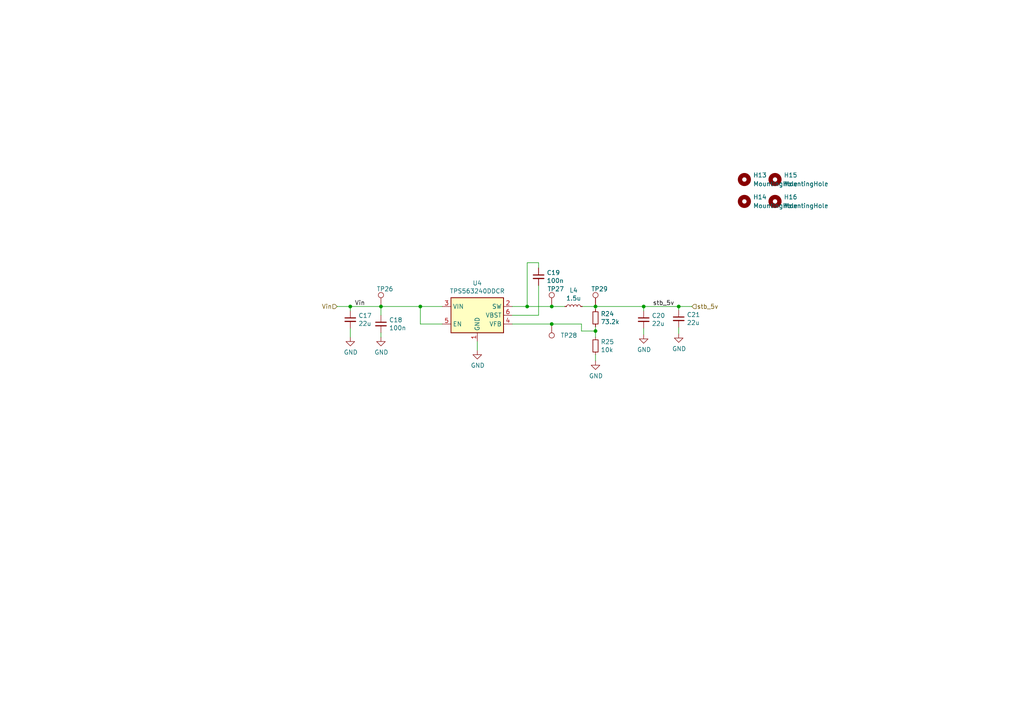
<source format=kicad_sch>
(kicad_sch (version 20211123) (generator eeschema)
  (paper "A4")
  (lib_symbols
    (symbol "Device:C_Small" (pin_numbers hide) (pin_names (offset 0.254) hide)
      (property "Reference" "C" (at 0.254 1.778 0))
      (property "Value" "C_Small" (at 0.254 -2.032 0))
      (symbol "C_Small_0_1"
        (polyline (pts (xy -1.524 -0.508) (xy 1.524 -0.508)) (stroke (width 0.3302)))
        (polyline (pts (xy -1.524 0.508) (xy 1.524 0.508)) (stroke (width 0.3048)))
      )
      (symbol "C_Small_1_1"
        (pin passive line (at 0 2.54 270) (length 2.032) (name "~") (number "1"))
        (pin passive line (at 0 -2.54 90) (length 2.032) (name "~") (number "2"))
      )
    )
    (symbol "Device:L_Small" (pin_numbers hide) (pin_names (offset 0.254) hide)
      (property "Reference" "L" (at 0.762 1.016 0))
      (property "Value" "L_Small" (at 0.762 -1.016 0))
      (symbol "L_Small_0_1"
        (arc (start 0 -2.032) (mid 0.508 -1.524) (end 0 -1.016))
        (arc (start 0 -1.016) (mid 0.508 -0.508) (end 0 0))
        (arc (start 0 0) (mid 0.508 0.508) (end 0 1.016))
        (arc (start 0 1.016) (mid 0.508 1.524) (end 0 2.032))
      )
      (symbol "L_Small_1_1"
        (pin passive line (at 0 2.54 270) (length 0.508) (name "~") (number "1"))
        (pin passive line (at 0 -2.54 90) (length 0.508) (name "~") (number "2"))
      )
    )
    (symbol "Device:R_Small" (pin_numbers hide) (pin_names (offset 0.254) hide)
      (property "Reference" "R" (at 0.762 0.508 0))
      (property "Value" "R_Small" (at 0.762 -1.016 0))
      (symbol "R_Small_0_1"
        (rectangle (start -0.762 1.778) (end 0.762 -1.778) (stroke (width 0.2032)))
      )
      (symbol "R_Small_1_1"
        (pin passive line (at 0 2.54 270) (length 0.762) (name "~") (number "1"))
        (pin passive line (at 0 -2.54 90) (length 0.762) (name "~") (number "2"))
      )
    )
    (symbol "Mechanical:MountingHole" (pin_names (offset 1.016))
      (property "Reference" "H" (at 0 5.08 0))
      (property "Value" "MountingHole" (at 0 3.175 0))
      (symbol "MountingHole_0_1"
        (circle (center 0 0) (radius 1.27) (stroke (width 1.27)))
      )
    )
    (symbol "My Library:TestPoint_Harwin" (pin_numbers hide) (pin_names (offset 0.762) hide)
      (property "Reference" "TP" (at 0 6.858 0))
      (symbol "TestPoint_Harwin_0_1"
        (circle (center 0 3.302) (radius 0.762))
      )
      (symbol "TestPoint_Harwin_1_1"
        (pin passive line (at 0 0 90) (length 2.54) (name "1") (number "1"))
      )
    )
    (symbol "TO3-Switching-Supply-rescue:TPS563200-Regulator_Switching"
      (property "Reference" "U" (at -7.62 6.35 0))
      (property "Value" "TPS563200-Regulator_Switching" (at -2.54 6.35 0))
      (symbol "TPS563200-Regulator_Switching_0_1"
        (rectangle (start -7.62 5.08) (end 7.62 -5.08) (stroke (width 0.254)) (fill (type background)))
      )
      (symbol "TPS563200-Regulator_Switching_1_1"
        (pin power_in line (at 0 -7.62 90) (length 2.54) (name "GND") (number "1"))
        (pin output line (at 10.16 2.54 180) (length 2.54) (name "SW") (number "2"))
        (pin power_in line (at -10.16 2.54 0) (length 2.54) (name "VIN") (number "3"))
        (pin input line (at 10.16 -2.54 180) (length 2.54) (name "VFB") (number "4"))
        (pin input line (at -10.16 -2.54 0) (length 2.54) (name "EN") (number "5"))
        (pin passive line (at 10.16 0 180) (length 2.54) (name "VBST") (number "6"))
      )
    )
    (symbol "power:GND" (power) (pin_names (offset 0))
      (property "Value" "GND" (at 0 -3.81 0))
      (symbol "GND_0_1"
        (polyline (pts (xy 0 0) (xy 0 -1.27) (xy 1.27 -1.27) (xy 0 -2.54) (xy -1.27 -1.27) (xy 0 -1.27)))
      )
      (symbol "GND_1_1"
        (pin power_in line (at 0 0 270) (length 0) hide (name "GND") (number "1"))
      )
    )
  )
  (junction (at 160.02 93.98))
  (junction (at 196.85 88.9))
  (junction (at 152.908 88.9))
  (junction (at 101.6 88.9))
  (junction (at 172.72 88.9))
  (junction (at 160.02 88.9))
  (junction (at 172.72 96.012))
  (junction (at 121.92 88.9))
  (junction (at 186.69 88.9))
  (junction (at 110.49 88.9))
  (wire (pts (xy 172.72 96.012) (xy 172.72 97.79)))
  (wire (pts (xy 172.72 94.742) (xy 172.72 96.012)))
  (wire (pts (xy 121.92 93.98) (xy 121.92 88.9)))
  (wire (pts (xy 186.69 97.028) (xy 186.69 95.25)))
  (wire (pts (xy 148.59 88.9) (xy 152.908 88.9)))
  (wire (pts (xy 148.59 93.98) (xy 160.02 93.98)))
  (wire (pts (xy 110.49 91.44) (xy 110.49 88.9)))
  (wire (pts (xy 152.908 88.9) (xy 160.02 88.9)))
  (wire (pts (xy 168.656 93.98) (xy 168.656 96.012)))
  (wire (pts (xy 110.49 97.79) (xy 110.49 96.52)))
  (wire (pts (xy 156.21 82.804) (xy 156.21 91.44)))
  (wire (pts (xy 138.43 101.6) (xy 138.43 99.06)))
  (wire (pts (xy 121.92 88.9) (xy 128.27 88.9)))
  (wire (pts (xy 172.72 88.9) (xy 172.72 89.662)))
  (wire (pts (xy 168.91 88.9) (xy 172.72 88.9)))
  (wire (pts (xy 160.02 93.98) (xy 168.656 93.98)))
  (wire (pts (xy 168.656 96.012) (xy 172.72 96.012)))
  (wire (pts (xy 172.72 88.9) (xy 186.69 88.9)))
  (wire (pts (xy 97.79 88.9) (xy 101.6 88.9)))
  (wire (pts (xy 196.85 88.9) (xy 196.85 89.916)))
  (wire (pts (xy 186.69 88.9) (xy 196.85 88.9)))
  (wire (pts (xy 110.49 88.9) (xy 121.92 88.9)))
  (wire (pts (xy 156.21 91.44) (xy 148.59 91.44)))
  (wire (pts (xy 156.21 77.724) (xy 156.21 76.2)))
  (wire (pts (xy 101.6 88.9) (xy 101.6 90.17)))
  (wire (pts (xy 160.02 88.9) (xy 163.83 88.9)))
  (wire (pts (xy 186.69 90.17) (xy 186.69 88.9)))
  (wire (pts (xy 121.92 93.98) (xy 128.27 93.98)))
  (wire (pts (xy 196.85 88.9) (xy 200.66 88.9)))
  (wire (pts (xy 196.85 96.774) (xy 196.85 94.996)))
  (wire (pts (xy 152.908 76.2) (xy 152.908 88.9)))
  (wire (pts (xy 172.72 104.648) (xy 172.72 102.87)))
  (wire (pts (xy 156.21 76.2) (xy 152.908 76.2)))
  (wire (pts (xy 101.6 88.9) (xy 110.49 88.9)))
  (wire (pts (xy 101.6 97.79) (xy 101.6 95.25)))
  (label "stb_5v" (at 195.58 88.9 180))
  (label "Vin" (at 102.87 88.9 0))
  (hierarchical_label "Vin" (shape input) (at 97.79 88.9 180))
  (hierarchical_label "stb_5v" (shape input) (at 200.66 88.9 0))
  (symbol (lib_id "Mechanical:MountingHole") (at 215.9 52.07 0) (unit 1)
    (property "Reference" "H13" (at 218.44 50.7999 0) (effects (justify left)))
    (property "Value" "MountingHole" (at 218.44 53.3399 0) (effects (justify left)))
    (property "Footprint" "MountingHole:MountingHole_2.2mm_M2" (effects hide))
  )
  (symbol (lib_id "power:GND") (at 186.69 97.028 0) (unit 1)
    (property "Reference" "#PWR012" (effects hide))
    (property "Value" "GND" (at 186.817 101.4222 0))
  )
  (symbol (lib_id "Device:C_Small") (at 156.21 80.264 0) (unit 1)
    (property "Reference" "C19" (at 158.5468 79.0956 0) (effects (justify left)))
    (property "Value" "100n" (at 158.5468 81.407 0) (effects (justify left)))
    (property "Footprint" "Capacitor_SMD:C_0603_1608Metric" (effects hide))
  )
  (symbol (lib_id "Device:L_Small") (at 166.37 88.9 90) (unit 1)
    (property "Reference" "L4" (at 166.37 84.201 90))
    (property "Value" "1.5u" (at 166.37 86.5124 90))
    (property "Footprint" "Inductor_SMD:L_Bourns_SRP5030T" (effects hide))
    (property "Datasheet" "https://datasheet.octopart.com/SRP5030T-1R5M-Bourns-datasheet-15766153.pdf" (effects hide))
    (property "ESR" "21.5m" (effects hide))
    (property "MFN" "SRP5030T-1R5M" (effects hide))
  )
  (symbol (lib_id "Mechanical:MountingHole") (at 224.79 52.07 0) (unit 1)
    (property "Reference" "H15" (at 227.33 50.7999 0) (effects (justify left)))
    (property "Value" "MountingHole" (at 227.33 53.3399 0) (effects (justify left)))
    (property "Footprint" "MountingHole:MountingHole_2.2mm_M2" (effects hide))
  )
  (symbol (lib_id "Device:R_Small") (at 172.72 92.202 180) (unit 1)
    (property "Reference" "R24" (at 174.2186 91.0336 0) (effects (justify right)))
    (property "Value" "73.2k" (at 174.2186 93.345 0) (effects (justify right)))
    (property "Footprint" "Resistor_SMD:R_0603_1608Metric" (effects hide))
  )
  (symbol (lib_id "My Library:TestPoint_Harwin") (at 160.02 93.98 180) (unit 1)
    (property "Reference" "TP28" (at 162.56 97.2819 0) (effects (justify right)))
    (property "Value" "TestPoint_Harwin" (effects hide))
    (property "Footprint" "My Libraries:Harwin-S1751-46-Test-Point" (effects hide))
  )
  (symbol (lib_id "Device:C_Small") (at 186.69 92.71 0) (unit 1)
    (property "Reference" "C20" (at 189.0268 91.5416 0) (effects (justify left)))
    (property "Value" "22u" (at 189.0268 93.853 0) (effects (justify left)))
    (property "Footprint" "Capacitor_SMD:C_0805_2012Metric" (effects hide))
    (property "ESR" "3.71m" (effects hide))
  )
  (symbol (lib_id "power:GND") (at 196.85 96.774 0) (unit 1)
    (property "Reference" "#PWR013" (effects hide))
    (property "Value" "GND" (at 196.977 101.1682 0))
  )
  (symbol (lib_id "power:GND") (at 172.72 104.648 0) (unit 1)
    (property "Reference" "#PWR011" (effects hide))
    (property "Value" "GND" (at 172.847 109.0422 0))
  )
  (symbol (lib_id "My Library:TestPoint_Harwin") (at 172.72 88.9 0) (unit 1)
    (property "Reference" "TP29" (at 171.45 83.82 0) (effects (justify left)))
    (property "Value" "TestPoint_Harwin" (effects hide))
    (property "Footprint" "My Libraries:Harwin-S1751-46-Test-Point" (effects hide))
  )
  (symbol (lib_id "TO3-Switching-Supply-rescue:TPS563200-Regulator_Switching") (at 138.43 91.44 0) (unit 1)
    (property "Reference" "U4" (at 138.43 82.1182 0))
    (property "Value" "TPS563240DDCR" (at 138.43 84.4296 0))
    (property "Footprint" "Package_TO_SOT_SMD:SOT-23-6" (effects hide))
    (property "Datasheet" "https://www.ti.com/lit/ds/symlink/tps563240.pdf?ts=1603327885042&ref_url=https%253A%252F%252Fwww.ti.com%252Fstore%252Fti%252Fen%252Fp%252Fproduct%252F%253Fp%253DTPS563240DDCR" (effects hide))
  )
  (symbol (lib_id "Device:R_Small") (at 172.72 100.33 180) (unit 1)
    (property "Reference" "R25" (at 174.2186 99.1616 0) (effects (justify right)))
    (property "Value" "10k" (at 174.2186 101.473 0) (effects (justify right)))
    (property "Footprint" "Resistor_SMD:R_0603_1608Metric" (effects hide))
  )
  (symbol (lib_id "Device:C_Small") (at 110.49 93.98 0) (unit 1)
    (property "Reference" "C18" (at 112.8268 92.8116 0) (effects (justify left)))
    (property "Value" "100n" (at 112.8268 95.123 0) (effects (justify left)))
    (property "Footprint" "Capacitor_SMD:C_0603_1608Metric" (effects hide))
  )
  (symbol (lib_id "power:GND") (at 101.6 97.79 0) (unit 1)
    (property "Reference" "#PWR08" (effects hide))
    (property "Value" "GND" (at 101.727 102.1842 0))
  )
  (symbol (lib_id "power:GND") (at 138.43 101.6 0) (unit 1)
    (property "Reference" "#PWR010" (effects hide))
    (property "Value" "GND" (at 138.557 105.9942 0))
  )
  (symbol (lib_id "power:GND") (at 110.49 97.79 0) (unit 1)
    (property "Reference" "#PWR09" (effects hide))
    (property "Value" "GND" (at 110.617 102.1842 0))
  )
  (symbol (lib_id "Device:C_Small") (at 196.85 92.456 0) (unit 1)
    (property "Reference" "C21" (at 199.1868 91.2876 0) (effects (justify left)))
    (property "Value" "22u" (at 199.1868 93.599 0) (effects (justify left)))
    (property "Footprint" "Capacitor_SMD:C_0805_2012Metric" (effects hide))
    (property "ESR" "3.71m" (effects hide))
  )
  (symbol (lib_id "Mechanical:MountingHole") (at 215.9 58.42 0) (unit 1)
    (property "Reference" "H14" (at 218.44 57.1499 0) (effects (justify left)))
    (property "Value" "MountingHole" (at 218.44 59.6899 0) (effects (justify left)))
    (property "Footprint" "MountingHole:MountingHole_2.2mm_M2" (effects hide))
  )
  (symbol (lib_id "Device:C_Small") (at 101.6 92.71 0) (unit 1)
    (property "Reference" "C17" (at 103.9368 91.5416 0) (effects (justify left)))
    (property "Value" "22u" (at 103.9368 93.853 0) (effects (justify left)))
    (property "Footprint" "Capacitor_SMD:C_0805_2012Metric" (effects hide))
    (property "ESR" "2.05 mOhm" (effects hide))
  )
  (symbol (lib_id "My Library:TestPoint_Harwin") (at 110.49 88.9 0) (unit 1)
    (property "Reference" "TP26" (at 109.22 83.82 0) (effects (justify left)))
    (property "Value" "TestPoint_Harwin" (effects hide))
    (property "Footprint" "My Libraries:Harwin-S1751-46-Test-Point" (effects hide))
  )
  (symbol (lib_id "Mechanical:MountingHole") (at 224.79 58.42 0) (unit 1)
    (property "Reference" "H16" (at 227.33 57.1499 0) (effects (justify left)))
    (property "Value" "MountingHole" (at 227.33 59.6899 0) (effects (justify left)))
    (property "Footprint" "MountingHole:MountingHole_2.2mm_M2" (effects hide))
  )
  (symbol (lib_id "My Library:TestPoint_Harwin") (at 160.02 88.9 0) (unit 1)
    (property "Reference" "TP27" (at 158.75 83.82 0) (effects (justify left)))
    (property "Value" "TestPoint_Harwin" (effects hide))
    (property "Footprint" "My Libraries:Harwin-S1751-46-Test-Point" (effects hide))
  )
)
</source>
